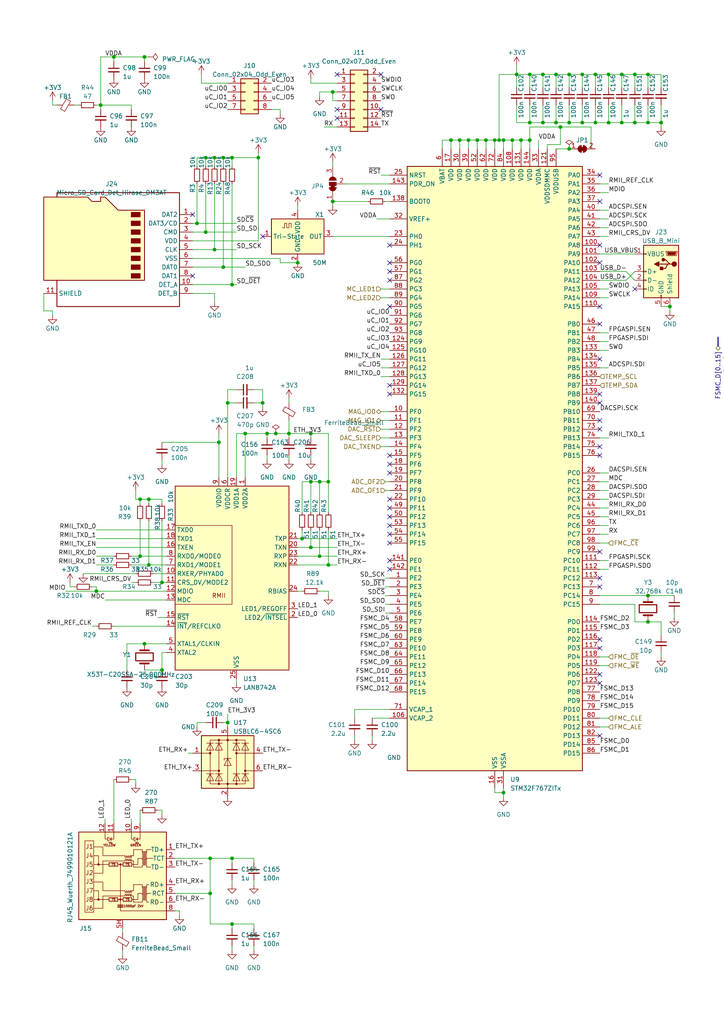
<source format=kicad_sch>
(kicad_sch (version 20230121) (generator eeschema)
  (paper "A4" portrait)
  (junction (at 33.02 16.51))
  (junction (at 57.15 64.77))
  (junction (at 66.04 116.84))
  (junction (at 40.64 161.29))
  (junction (at 43.18 163.83))
  (junction (at 41.91 186.69))
  (junction (at 77.47 125.73))
  (junction (at 149.86 21.59))
  (junction (at 83.82 125.73))
  (junction (at 153.67 35.56))
  (junction (at 46.99 168.91))
  (junction (at 92.71 139.7))
  (junction (at 95.25 139.7))
  (junction (at 172.72 35.56))
  (junction (at 180.34 21.59))
  (junction (at 172.72 21.59))
  (junction (at 66.04 209.55))
  (junction (at 96.52 26.67))
  (junction (at 59.69 67.31))
  (junction (at 130.81 40.64))
  (junction (at 62.23 72.39))
  (junction (at 153.67 40.64))
  (junction (at 146.05 40.64))
  (junction (at 95.25 163.83))
  (junction (at 80.01 125.73))
  (junction (at 176.53 21.59))
  (junction (at 71.12 125.73))
  (junction (at 60.96 259.08))
  (junction (at 184.15 35.56))
  (junction (at 138.43 40.64))
  (junction (at 90.17 158.75))
  (junction (at 64.77 77.47))
  (junction (at 40.64 144.78))
  (junction (at 165.1 35.56))
  (junction (at 187.96 35.56))
  (junction (at 43.18 144.78))
  (junction (at 168.91 21.59))
  (junction (at 133.35 40.64))
  (junction (at 27.94 171.45))
  (junction (at 176.53 35.56))
  (junction (at 180.34 35.56))
  (junction (at 59.69 45.72))
  (junction (at 67.31 82.55))
  (junction (at 63.5 128.27))
  (junction (at 151.13 40.64))
  (junction (at 41.91 16.51))
  (junction (at 135.89 40.64))
  (junction (at 157.48 35.56))
  (junction (at 165.1 21.59))
  (junction (at 92.71 161.29))
  (junction (at 86.36 76.2))
  (junction (at 194.31 88.9))
  (junction (at 161.29 21.59))
  (junction (at 67.31 248.92))
  (junction (at 143.51 40.64))
  (junction (at 184.15 21.59))
  (junction (at 187.96 21.59))
  (junction (at 96.52 58.42))
  (junction (at 140.97 40.64))
  (junction (at 161.29 35.56))
  (junction (at 90.17 139.7))
  (junction (at 64.77 45.72))
  (junction (at 29.21 30.48))
  (junction (at 191.77 35.56))
  (junction (at 168.91 35.56))
  (junction (at 153.67 21.59))
  (junction (at 144.78 40.64))
  (junction (at 62.23 45.72))
  (junction (at 165.1 43.18))
  (junction (at 187.96 172.72))
  (junction (at 74.93 45.72))
  (junction (at 87.63 156.21))
  (junction (at 146.05 229.87))
  (junction (at 60.96 248.92))
  (junction (at 67.31 267.97))
  (junction (at 157.48 21.59))
  (junction (at 148.59 40.64))
  (junction (at 162.56 36.83))
  (junction (at 187.96 180.34))
  (junction (at 67.31 45.72))
  (junction (at 76.2 116.84))
  (junction (at 90.17 125.73))
  (junction (at 46.99 194.31))
  (no_connect (at 113.03 76.2))
  (no_connect (at 113.03 162.56))
  (no_connect (at 76.2 68.58))
  (no_connect (at 173.99 170.18))
  (no_connect (at 97.79 34.29))
  (no_connect (at 173.99 213.36))
  (no_connect (at 113.03 111.76))
  (no_connect (at 184.15 83.82))
  (no_connect (at 113.03 149.86))
  (no_connect (at 113.03 154.94))
  (no_connect (at 55.88 80.01))
  (no_connect (at 113.03 147.32))
  (no_connect (at 97.79 31.75))
  (no_connect (at 173.99 187.96))
  (no_connect (at 113.03 71.12))
  (no_connect (at 173.99 195.58))
  (no_connect (at 113.03 137.16))
  (no_connect (at 173.99 93.98))
  (no_connect (at 55.88 62.23))
  (no_connect (at 173.99 129.54))
  (no_connect (at 173.99 71.12))
  (no_connect (at 97.79 21.59))
  (no_connect (at 113.03 144.78))
  (no_connect (at 113.03 157.48))
  (no_connect (at 113.03 78.74))
  (no_connect (at 173.99 116.84))
  (no_connect (at 173.99 114.3))
  (no_connect (at 113.03 134.62))
  (no_connect (at 113.03 165.1))
  (no_connect (at 173.99 124.46))
  (no_connect (at 113.03 152.4))
  (no_connect (at 110.49 31.75))
  (no_connect (at 173.99 132.08))
  (no_connect (at 173.99 121.92))
  (no_connect (at 173.99 76.2))
  (no_connect (at 173.99 88.9))
  (no_connect (at 173.99 160.02))
  (no_connect (at 173.99 167.64))
  (no_connect (at 113.03 132.08))
  (no_connect (at 113.03 114.3))
  (no_connect (at 110.49 21.59))
  (no_connect (at 173.99 50.8))
  (no_connect (at 113.03 88.9))
  (no_connect (at 173.99 104.14))
  (no_connect (at 173.99 198.12))
  (no_connect (at 173.99 58.42))
  (no_connect (at 113.03 81.28))
  (no_connect (at 173.99 185.42))
  (wire (pts (xy 162.56 41.91) (xy 162.56 36.83)))
  (wire (pts (xy 153.67 35.56) (xy 157.48 35.56)))
  (wire (pts (xy 102.87 205.74) (xy 102.87 208.28)))
  (wire (pts (xy 165.1 43.18) (xy 161.29 43.18)))
  (wire (pts (xy 27.94 158.75) (xy 48.26 158.75)))
  (wire (pts (xy 135.89 40.64) (xy 135.89 43.18)))
  (wire (pts (xy 173.99 106.68) (xy 176.53 106.68)))
  (bus (pts (xy 215.9 97.79) (xy 215.9 101.6)))
  (wire (pts (xy 96.52 46.99) (xy 96.52 48.26)))
  (wire (pts (xy 21.59 30.48) (xy 22.86 30.48)))
  (wire (pts (xy 92.71 139.7) (xy 90.17 139.7)))
  (wire (pts (xy 67.31 248.92) (xy 67.31 250.19)))
  (wire (pts (xy 57.15 45.72) (xy 57.15 48.26)))
  (wire (pts (xy 173.99 154.94) (xy 176.53 154.94)))
  (wire (pts (xy 111.76 142.24) (xy 113.03 142.24)))
  (wire (pts (xy 67.31 267.97) (xy 67.31 269.24)))
  (wire (pts (xy 90.17 132.08) (xy 90.17 133.35)))
  (wire (pts (xy 95.25 172.72) (xy 95.25 171.45)))
  (wire (pts (xy 110.49 83.82) (xy 113.03 83.82)))
  (wire (pts (xy 27.94 161.29) (xy 33.02 161.29)))
  (wire (pts (xy 71.12 125.73) (xy 71.12 138.43)))
  (wire (pts (xy 143.51 40.64) (xy 140.97 40.64)))
  (wire (pts (xy 74.93 45.72) (xy 74.93 69.85)))
  (bus (pts (xy 210.82 97.79) (xy 210.82 101.6)))
  (wire (pts (xy 59.69 45.72) (xy 57.15 45.72)))
  (wire (pts (xy 157.48 35.56) (xy 161.29 35.56)))
  (wire (pts (xy 74.93 45.72) (xy 67.31 45.72)))
  (wire (pts (xy 97.79 24.13) (xy 90.17 24.13)))
  (wire (pts (xy 173.99 101.6) (xy 176.53 101.6)))
  (wire (pts (xy 63.5 128.27) (xy 63.5 138.43)))
  (wire (pts (xy 64.77 53.34) (xy 64.77 77.47)))
  (wire (pts (xy 149.86 21.59) (xy 153.67 21.59)))
  (wire (pts (xy 161.29 35.56) (xy 165.1 35.56)))
  (wire (pts (xy 81.28 33.02) (xy 81.28 31.75)))
  (wire (pts (xy 102.87 205.74) (xy 113.03 205.74)))
  (wire (pts (xy 173.99 81.28) (xy 181.61 81.28)))
  (wire (pts (xy 153.67 36.83) (xy 153.67 40.64)))
  (wire (pts (xy 110.49 121.92) (xy 113.03 121.92)))
  (wire (pts (xy 81.28 74.93) (xy 81.28 76.2)))
  (wire (pts (xy 62.23 45.72) (xy 59.69 45.72)))
  (wire (pts (xy 64.77 209.55) (xy 66.04 209.55)))
  (wire (pts (xy 27.94 181.61) (xy 26.67 181.61)))
  (wire (pts (xy 92.71 139.7) (xy 92.71 148.59)))
  (wire (pts (xy 191.77 88.9) (xy 194.31 88.9)))
  (wire (pts (xy 176.53 21.59) (xy 180.34 21.59)))
  (wire (pts (xy 96.52 58.42) (xy 106.68 58.42)))
  (wire (pts (xy 110.49 109.22) (xy 113.03 109.22)))
  (wire (pts (xy 90.17 153.67) (xy 90.17 158.75)))
  (wire (pts (xy 149.86 19.05) (xy 149.86 21.59)))
  (wire (pts (xy 83.82 132.08) (xy 83.82 133.35)))
  (wire (pts (xy 66.04 116.84) (xy 66.04 138.43)))
  (wire (pts (xy 27.94 171.45) (xy 48.26 171.45)))
  (wire (pts (xy 153.67 30.48) (xy 153.67 35.56)))
  (wire (pts (xy 46.99 151.13) (xy 46.99 168.91)))
  (wire (pts (xy 187.96 172.72) (xy 195.58 172.72)))
  (wire (pts (xy 73.66 250.19) (xy 73.66 248.92)))
  (wire (pts (xy 38.1 30.48) (xy 38.1 31.75)))
  (wire (pts (xy 40.64 144.78) (xy 39.37 144.78)))
  (wire (pts (xy 173.99 172.72) (xy 187.96 172.72)))
  (wire (pts (xy 158.75 43.18) (xy 158.75 41.91)))
  (wire (pts (xy 110.49 129.54) (xy 113.03 129.54)))
  (wire (pts (xy 144.78 21.59) (xy 144.78 40.64)))
  (wire (pts (xy 165.1 30.48) (xy 165.1 35.56)))
  (wire (pts (xy 59.69 67.31) (xy 68.58 67.31)))
  (wire (pts (xy 86.36 59.69) (xy 86.36 60.96)))
  (wire (pts (xy 12.7 90.17) (xy 12.7 85.09)))
  (wire (pts (xy 46.99 146.05) (xy 46.99 144.78)))
  (wire (pts (xy 173.99 208.28) (xy 176.53 208.28)))
  (wire (pts (xy 46.99 168.91) (xy 48.26 168.91)))
  (wire (pts (xy 38.1 161.29) (xy 40.64 161.29)))
  (wire (pts (xy 184.15 180.34) (xy 184.15 175.26)))
  (wire (pts (xy 144.78 21.59) (xy 149.86 21.59)))
  (wire (pts (xy 143.51 229.87) (xy 146.05 229.87)))
  (wire (pts (xy 168.91 35.56) (xy 172.72 35.56)))
  (wire (pts (xy 111.76 139.7) (xy 113.03 139.7)))
  (wire (pts (xy 64.77 45.72) (xy 62.23 45.72)))
  (wire (pts (xy 86.36 158.75) (xy 90.17 158.75)))
  (wire (pts (xy 191.77 180.34) (xy 191.77 184.15)))
  (wire (pts (xy 111.76 170.18) (xy 113.03 170.18)))
  (wire (pts (xy 83.82 115.57) (xy 83.82 116.84)))
  (wire (pts (xy 111.76 172.72) (xy 113.03 172.72)))
  (wire (pts (xy 77.47 125.73) (xy 77.47 127)))
  (wire (pts (xy 33.02 16.51) (xy 29.21 16.51)))
  (wire (pts (xy 153.67 21.59) (xy 153.67 25.4)))
  (wire (pts (xy 138.43 40.64) (xy 135.89 40.64)))
  (wire (pts (xy 148.59 40.64) (xy 151.13 40.64)))
  (wire (pts (xy 45.72 234.95) (xy 46.99 234.95)))
  (wire (pts (xy 176.53 30.48) (xy 176.53 35.56)))
  (wire (pts (xy 38.1 163.83) (xy 43.18 163.83)))
  (wire (pts (xy 46.99 133.35) (xy 46.99 134.62)))
  (wire (pts (xy 187.96 21.59) (xy 187.96 25.4)))
  (wire (pts (xy 173.99 99.06) (xy 176.53 99.06)))
  (wire (pts (xy 71.12 125.73) (xy 68.58 125.73)))
  (wire (pts (xy 96.52 58.42) (xy 96.52 59.69)))
  (wire (pts (xy 60.96 248.92) (xy 67.31 248.92)))
  (wire (pts (xy 29.21 30.48) (xy 38.1 30.48)))
  (wire (pts (xy 173.99 190.5) (xy 176.53 190.5)))
  (wire (pts (xy 81.28 76.2) (xy 86.36 76.2)))
  (wire (pts (xy 146.05 229.87) (xy 146.05 231.14)))
  (wire (pts (xy 96.52 26.67) (xy 92.71 26.67)))
  (wire (pts (xy 149.86 30.48) (xy 149.86 35.56)))
  (wire (pts (xy 43.18 144.78) (xy 43.18 146.05)))
  (wire (pts (xy 81.28 31.75) (xy 78.74 31.75)))
  (wire (pts (xy 73.66 267.97) (xy 67.31 267.97)))
  (wire (pts (xy 144.78 40.64) (xy 146.05 40.64)))
  (wire (pts (xy 68.58 113.03) (xy 66.04 113.03)))
  (wire (pts (xy 107.95 208.28) (xy 113.03 208.28)))
  (wire (pts (xy 173.99 73.66) (xy 184.15 73.66)))
  (wire (pts (xy 43.18 151.13) (xy 43.18 163.83)))
  (wire (pts (xy 30.48 173.99) (xy 48.26 173.99)))
  (wire (pts (xy 50.8 264.16) (xy 52.07 264.16)))
  (wire (pts (xy 41.91 16.51) (xy 43.18 16.51)))
  (wire (pts (xy 172.72 43.18) (xy 171.45 43.18)))
  (wire (pts (xy 148.59 40.64) (xy 148.59 43.18)))
  (wire (pts (xy 19.05 171.45) (xy 27.94 171.45)))
  (wire (pts (xy 74.93 69.85) (xy 55.88 69.85)))
  (wire (pts (xy 46.99 189.23) (xy 48.26 189.23)))
  (wire (pts (xy 95.25 139.7) (xy 95.25 148.59)))
  (wire (pts (xy 153.67 40.64) (xy 153.67 43.18)))
  (wire (pts (xy 59.69 45.72) (xy 59.69 48.26)))
  (wire (pts (xy 59.69 53.34) (xy 59.69 67.31)))
  (wire (pts (xy 171.45 43.18) (xy 171.45 36.83)))
  (wire (pts (xy 93.98 36.83) (xy 97.79 36.83)))
  (wire (pts (xy 44.45 168.91) (xy 46.99 168.91)))
  (wire (pts (xy 55.88 77.47) (xy 64.77 77.47)))
  (wire (pts (xy 110.49 124.46) (xy 113.03 124.46)))
  (wire (pts (xy 140.97 40.64) (xy 138.43 40.64)))
  (bus (pts (xy 213.36 97.79) (xy 213.36 101.6)))
  (wire (pts (xy 138.43 40.64) (xy 138.43 43.18)))
  (wire (pts (xy 97.79 26.67) (xy 96.52 26.67)))
  (bus (pts (xy 208.28 97.79) (xy 208.28 100.33)))
  (wire (pts (xy 184.15 35.56) (xy 187.96 35.56)))
  (wire (pts (xy 180.34 21.59) (xy 184.15 21.59)))
  (wire (pts (xy 173.99 210.82) (xy 176.53 210.82)))
  (wire (pts (xy 140.97 40.64) (xy 140.97 43.18)))
  (wire (pts (xy 161.29 21.59) (xy 161.29 25.4)))
  (wire (pts (xy 15.24 91.44) (xy 15.24 90.17)))
  (wire (pts (xy 111.76 167.64) (xy 113.03 167.64)))
  (wire (pts (xy 15.24 90.17) (xy 12.7 90.17)))
  (wire (pts (xy 15.24 29.21) (xy 15.24 30.48)))
  (wire (pts (xy 173.99 127) (xy 176.53 127)))
  (wire (pts (xy 40.64 144.78) (xy 40.64 146.05)))
  (wire (pts (xy 38.1 226.06) (xy 39.37 226.06)))
  (wire (pts (xy 173.99 96.52) (xy 176.53 96.52)))
  (wire (pts (xy 111.76 175.26) (xy 113.03 175.26)))
  (wire (pts (xy 110.49 50.8) (xy 113.03 50.8)))
  (wire (pts (xy 171.45 36.83) (xy 162.56 36.83)))
  (wire (pts (xy 173.99 149.86) (xy 176.53 149.86)))
  (wire (pts (xy 180.34 30.48) (xy 180.34 35.56)))
  (wire (pts (xy 68.58 198.12) (xy 68.58 196.85)))
  (wire (pts (xy 144.78 40.64) (xy 143.51 40.64)))
  (wire (pts (xy 130.81 40.64) (xy 128.27 40.64)))
  (wire (pts (xy 76.2 118.11) (xy 76.2 116.84)))
  (wire (pts (xy 92.71 153.67) (xy 92.71 161.29)))
  (wire (pts (xy 60.96 248.92) (xy 60.96 259.08)))
  (wire (pts (xy 173.99 157.48) (xy 176.53 157.48)))
  (wire (pts (xy 74.93 44.45) (xy 74.93 45.72)))
  (wire (pts (xy 46.99 194.31) (xy 46.99 189.23)))
  (wire (pts (xy 173.99 165.1) (xy 176.53 165.1)))
  (wire (pts (xy 86.36 171.45) (xy 87.63 171.45)))
  (wire (pts (xy 83.82 125.73) (xy 80.01 125.73)))
  (wire (pts (xy 67.31 255.27) (xy 67.31 256.54)))
  (wire (pts (xy 90.17 139.7) (xy 87.63 139.7)))
  (wire (pts (xy 161.29 21.59) (xy 165.1 21.59)))
  (wire (pts (xy 41.91 186.69) (xy 48.26 186.69)))
  (wire (pts (xy 168.91 30.48) (xy 168.91 35.56)))
  (wire (pts (xy 90.17 125.73) (xy 90.17 127)))
  (wire (pts (xy 27.94 30.48) (xy 29.21 30.48)))
  (wire (pts (xy 184.15 21.59) (xy 184.15 25.4)))
  (wire (pts (xy 100.33 53.34) (xy 113.03 53.34)))
  (wire (pts (xy 76.2 113.03) (xy 73.66 113.03)))
  (wire (pts (xy 38.1 168.91) (xy 39.37 168.91)))
  (wire (pts (xy 165.1 21.59) (xy 165.1 25.4)))
  (wire (pts (xy 172.72 21.59) (xy 172.72 25.4)))
  (wire (pts (xy 151.13 40.64) (xy 151.13 43.18)))
  (wire (pts (xy 66.04 113.03) (xy 66.04 116.84)))
  (wire (pts (xy 109.22 63.5) (xy 113.03 63.5)))
  (wire (pts (xy 173.99 53.34) (xy 176.53 53.34)))
  (wire (pts (xy 143.51 228.6) (xy 143.51 229.87)))
  (wire (pts (xy 146.05 40.64) (xy 148.59 40.64)))
  (wire (pts (xy 187.96 30.48) (xy 187.96 35.56)))
  (wire (pts (xy 181.61 78.74) (xy 184.15 81.28)))
  (wire (pts (xy 62.23 53.34) (xy 62.23 72.39)))
  (wire (pts (xy 111.76 58.42) (xy 113.03 58.42)))
  (wire (pts (xy 158.75 41.91) (xy 162.56 41.91)))
  (wire (pts (xy 46.99 144.78) (xy 43.18 144.78)))
  (wire (pts (xy 41.91 194.31) (xy 46.99 194.31)))
  (wire (pts (xy 36.83 194.31) (xy 36.83 186.69)))
  (wire (pts (xy 54.61 218.44) (xy 55.88 218.44)))
  (wire (pts (xy 73.66 274.32) (xy 73.66 275.59)))
  (wire (pts (xy 57.15 209.55) (xy 59.69 209.55)))
  (wire (pts (xy 36.83 186.69) (xy 41.91 186.69)))
  (wire (pts (xy 184.15 30.48) (xy 184.15 35.56)))
  (wire (pts (xy 66.04 207.01) (xy 66.04 209.55)))
  (wire (pts (xy 27.94 163.83) (xy 33.02 163.83)))
  (wire (pts (xy 173.99 152.4) (xy 176.53 152.4)))
  (wire (pts (xy 146.05 40.64) (xy 146.05 43.18)))
  (wire (pts (xy 173.99 78.74) (xy 181.61 78.74)))
  (wire (pts (xy 33.02 226.06) (xy 33.02 238.76)))
  (wire (pts (xy 96.52 29.21) (xy 96.52 26.67)))
  (wire (pts (xy 107.95 213.36) (xy 107.95 214.63)))
  (wire (pts (xy 102.87 213.36) (xy 102.87 214.63)))
  (wire (pts (xy 68.58 125.73) (xy 68.58 138.43)))
  (wire (pts (xy 97.79 29.21) (xy 96.52 29.21)))
  (wire (pts (xy 173.99 162.56) (xy 176.53 162.56)))
  (wire (pts (xy 24.13 166.37) (xy 39.37 166.37)))
  (wire (pts (xy 76.2 116.84) (xy 76.2 113.03)))
  (wire (pts (xy 50.8 248.92) (xy 60.96 248.92)))
  (wire (pts (xy 55.88 82.55) (xy 67.31 82.55)))
  (wire (pts (xy 162.56 36.83) (xy 153.67 36.83)))
  (wire (pts (xy 157.48 21.59) (xy 161.29 21.59)))
  (wire (pts (xy 95.25 163.83) (xy 97.79 163.83)))
  (wire (pts (xy 187.96 180.34) (xy 191.77 180.34)))
  (wire (pts (xy 26.67 170.18) (xy 27.94 170.18)))
  (wire (pts (xy 146.05 228.6) (xy 146.05 229.87)))
  (wire (pts (xy 62.23 45.72) (xy 62.23 48.26)))
  (wire (pts (xy 67.31 274.32) (xy 67.31 275.59)))
  (wire (pts (xy 168.91 21.59) (xy 168.91 25.4)))
  (wire (pts (xy 110.49 127) (xy 113.03 127)))
  (wire (pts (xy 87.63 156.21) (xy 97.79 156.21)))
  (wire (pts (xy 195.58 177.8) (xy 195.58 179.07)))
  (wire (pts (xy 184.15 21.59) (xy 187.96 21.59)))
  (wire (pts (xy 86.36 161.29) (xy 92.71 161.29)))
  (wire (pts (xy 110.49 104.14) (xy 113.03 104.14)))
  (wire (pts (xy 20.32 170.18) (xy 21.59 170.18)))
  (wire (pts (xy 176.53 35.56) (xy 180.34 35.56)))
  (wire (pts (xy 45.72 179.07) (xy 48.26 179.07)))
  (wire (pts (xy 90.17 24.13) (xy 90.17 22.86)))
  (wire (pts (xy 67.31 82.55) (xy 68.58 82.55)))
  (wire (pts (xy 87.63 139.7) (xy 87.63 148.59)))
  (wire (pts (xy 57.15 53.34) (xy 57.15 64.77)))
  (wire (pts (xy 110.49 106.68) (xy 113.03 106.68)))
  (wire (pts (xy 111.76 177.8) (xy 113.03 177.8)))
  (wire (pts (xy 173.99 175.26) (xy 184.15 175.26)))
  (wire (pts (xy 161.29 30.48) (xy 161.29 35.56)))
  (wire (pts (xy 156.21 40.64) (xy 156.21 43.18)))
  (wire (pts (xy 149.86 35.56) (xy 153.67 35.56)))
  (wire (pts (xy 173.99 55.88) (xy 176.53 55.88)))
  (wire (pts (xy 95.25 153.67) (xy 95.25 163.83)))
  (wire (pts (xy 15.24 30.48) (xy 16.51 30.48)))
  (wire (pts (xy 173.99 63.5) (xy 176.53 63.5)))
  (wire (pts (xy 110.49 119.38) (xy 113.03 119.38)))
  (wire (pts (xy 67.31 45.72) (xy 67.31 48.26)))
  (wire (pts (xy 173.99 144.78) (xy 176.53 144.78)))
  (wire (pts (xy 173.99 139.7) (xy 176.53 139.7)))
  (wire (pts (xy 172.72 30.48) (xy 172.72 35.56)))
  (wire (pts (xy 173.99 193.04) (xy 176.53 193.04)))
  (wire (pts (xy 55.88 74.93) (xy 81.28 74.93)))
  (wire (pts (xy 153.67 21.59) (xy 157.48 21.59)))
  (wire (pts (xy 173.99 142.24) (xy 176.53 142.24)))
  (wire (pts (xy 33.02 181.61) (xy 48.26 181.61)))
  (wire (pts (xy 95.25 171.45) (xy 92.71 171.45)))
  (wire (pts (xy 95.25 139.7) (xy 92.71 139.7)))
  (wire (pts (xy 62.23 72.39) (xy 68.58 72.39)))
  (wire (pts (xy 46.99 128.27) (xy 63.5 128.27)))
  (wire (pts (xy 157.48 21.59) (xy 157.48 25.4)))
  (wire (pts (xy 173.99 83.82) (xy 176.53 83.82)))
  (wire (pts (xy 191.77 30.48) (xy 191.77 35.56)))
  (wire (pts (xy 66.04 209.55) (xy 66.04 210.82)))
  (wire (pts (xy 40.64 151.13) (xy 40.64 161.29)))
  (wire (pts (xy 83.82 125.73) (xy 83.82 127)))
  (wire (pts (xy 191.77 189.23) (xy 191.77 190.5)))
  (wire (pts (xy 41.91 17.78) (xy 41.91 16.51)))
  (wire (pts (xy 133.35 40.64) (xy 130.81 40.64)))
  (wire (pts (xy 133.35 40.64) (xy 133.35 43.18)))
  (wire (pts (xy 29.21 30.48) (xy 29.21 31.75)))
  (wire (pts (xy 184.15 78.74) (xy 181.61 81.28)))
  (wire (pts (xy 110.49 86.36) (xy 113.03 86.36)))
  (wire (pts (xy 62.23 85.09) (xy 55.88 85.09)))
  (wire (pts (xy 30.48 237.49) (xy 30.48 238.76)))
  (wire (pts (xy 40.64 161.29) (xy 48.26 161.29)))
  (wire (pts (xy 55.88 64.77) (xy 57.15 64.77)))
  (wire (pts (xy 60.96 267.97) (xy 60.96 259.08)))
  (wire (pts (xy 27.94 153.67) (xy 48.26 153.67)))
  (wire (pts (xy 52.07 264.16) (xy 52.07 265.43)))
  (wire (pts (xy 39.37 142.24) (xy 39.37 144.78)))
  (wire (pts (xy 149.86 21.59) (xy 149.86 25.4)))
  (wire (pts (xy 44.45 166.37) (xy 48.26 166.37)))
  (wire (pts (xy 96.52 68.58) (xy 113.03 68.58)))
  (wire (pts (xy 62.23 87.63) (xy 62.23 85.09)))
  (wire (pts (xy 41.91 16.51) (xy 33.02 16.51)))
  (wire (pts (xy 20.32 168.91) (xy 20.32 170.18)))
  (wire (pts (xy 157.48 30.48) (xy 157.48 35.56)))
  (wire (pts (xy 77.47 132.08) (xy 77.47 133.35)))
  (wire (pts (xy 67.31 53.34) (xy 67.31 82.55)))
  (wire (pts (xy 173.99 68.58) (xy 176.53 68.58)))
  (wire (pts (xy 43.18 144.78) (xy 40.64 144.78)))
  (wire (pts (xy 176.53 21.59) (xy 176.53 25.4)))
  (wire (pts (xy 27.94 156.21) (xy 48.26 156.21)))
  (wire (pts (xy 29.21 16.51) (xy 29.21 30.48)))
  (wire (pts (xy 187.96 180.34) (xy 184.15 180.34)))
  (wire (pts (xy 43.18 163.83) (xy 48.26 163.83)))
  (wire (pts (xy 187.96 21.59) (xy 191.77 21.59)))
  (wire (pts (xy 73.66 269.24) (xy 73.66 267.97)))
  (wire (pts (xy 64.77 77.47) (xy 71.12 77.47)))
  (wire (pts (xy 87.63 153.67) (xy 87.63 156.21)))
  (wire (pts (xy 143.51 40.64) (xy 143.51 43.18)))
  (wire (pts (xy 86.36 156.21) (xy 87.63 156.21)))
  (wire (pts (xy 165.1 35.56) (xy 168.91 35.56)))
  (wire (pts (xy 46.99 234.95) (xy 46.99 236.22)))
  (wire (pts (xy 38.1 237.49) (xy 38.1 238.76)))
  (wire (pts (xy 173.99 60.96) (xy 176.53 60.96)))
  (wire (pts (xy 67.31 267.97) (xy 60.96 267.97)))
  (wire (pts (xy 55.88 67.31) (xy 59.69 67.31)))
  (wire (pts (xy 90.17 139.7) (xy 90.17 148.59)))
  (wire (pts (xy 173.99 137.16) (xy 176.53 137.16)))
  (wire (pts (xy 73.66 255.27) (xy 73.66 256.54)))
  (wire (pts (xy 83.82 121.92) (xy 83.82 125.73)))
  (wire (pts (xy 55.88 72.39) (xy 62.23 72.39)))
  (wire (pts (xy 63.5 125.73) (xy 63.5 128.27)))
  (wire (pts (xy 57.15 64.77) (xy 68.58 64.77)))
  (wire (pts (xy 39.37 226.06) (xy 39.37 227.33)))
  (wire (pts (xy 130.81 40.64) (xy 130.81 43.18)))
  (wire (pts (xy 66.04 24.13) (xy 58.42 24.13)))
  (wire (pts (xy 180.34 35.56) (xy 184.15 35.56)))
  (wire (pts (xy 173.99 147.32) (xy 176.53 147.32)))
  (wire (pts (xy 172.72 35.56) (xy 176.53 35.56)))
  (wire (pts (xy 35.56 269.24) (xy 35.56 270.51)))
  (wire (pts (xy 194.31 88.9) (xy 194.31 90.17)))
  (wire (pts (xy 80.01 125.73) (xy 77.47 125.73)))
  (wire (pts (xy 180.34 21.59) (xy 180.34 25.4)))
  (wire (pts (xy 172.72 21.59) (xy 176.53 21.59)))
  (wire (pts (xy 128.27 40.64) (xy 128.27 43.18)))
  (wire (pts (xy 83.82 125.73) (xy 90.17 125.73)))
  (wire (pts (xy 58.42 21.59) (xy 58.42 24.13)))
  (wire (pts (xy 73.66 116.84) (xy 76.2 116.84)))
  (wire (pts (xy 64.77 45.72) (xy 64.77 48.26)))
  (wire (pts (xy 33.02 16.51) (xy 33.02 17.78)))
  (wire (pts (xy 73.66 248.92) (xy 67.31 248.92)))
  (wire (pts (xy 191.77 35.56) (xy 191.77 36.83)))
  (wire (pts (xy 173.99 66.04) (xy 176.53 66.04)))
  (wire (pts (xy 173.99 86.36) (xy 176.53 86.36)))
  (wire (pts (xy 95.25 125.73) (xy 95.25 139.7)))
  (wire (pts (xy 35.56 275.59) (xy 35.56 276.86)))
  (wire (pts (xy 191.77 21.59) (xy 191.77 25.4)))
  (wire (pts (xy 60.96 259.08) (xy 50.8 259.08)))
  (wire (pts (xy 92.71 161.29) (xy 97.79 161.29)))
  (wire (pts (xy 135.89 40.64) (xy 133.35 40.64)))
  (wire (pts (xy 67.31 45.72) (xy 64.77 45.72)))
  (wire (pts (xy 57.15 210.82) (xy 57.15 209.55)))
  (wire (pts (xy 165.1 21.59) (xy 168.91 21.59)))
  (wire (pts (xy 187.96 35.56) (xy 191.77 35.56)))
  (wire (pts (xy 92.71 26.67) (xy 92.71 27.94)))
  (wire (pts (xy 77.47 125.73) (xy 71.12 125.73)))
  (wire (pts (xy 151.13 40.64) (xy 153.67 40.64)))
  (wire (pts (xy 90.17 125.73) (xy 95.25 125.73)))
  (wire (pts (xy 86.36 163.83) (xy 95.25 163.83)))
  (wire (pts (xy 168.91 21.59) (xy 172.72 21.59)))
  (wire (pts (xy 90.17 158.75) (xy 97.79 158.75)))
  (wire (pts (xy 27.94 170.18) (xy 27.94 171.45)))
  (wire (pts (xy 40.64 234.95) (xy 40.64 238.76)))
  (wire (pts (xy 66.04 116.84) (xy 68.58 116.84)))
  (label "FSMC_D5" (at 113.03 182.88 180))
  (label "RMII_TXD_0" (at 110.49 109.22 180))
  (label "LED_0" (at 38.1 237.49 90))
  (label "ETH_RX+" (at 50.8 256.54 0))
  (label "USB_D+" (at 173.99 81.28 0))
  (label "FSMC_D15" (at 173.99 205.74 0))
  (label "uC_IO5" (at 110.49 106.68 180))
  (label "RMII_TX_EN" (at 110.49 104.14 180))
  (label "uC_IO1" (at 66.04 29.21 180))
  (label "FSMC_D2" (at 173.99 180.34 0))
  (label "SWCLK" (at 110.49 26.67 0))
  (label "FPGASPI.SDI" (at 176.53 99.06 0))
  (label "FSMC_D13" (at 173.99 200.66 0))
  (label "FPGASPI.SDO" (at 176.53 165.1 0))
  (label "MDC" (at 30.48 173.99 180))
  (label "ETH_TX+" (at 97.79 156.21 0))
  (label "FSMC_D4" (at 113.03 180.34 180))
  (label "LED_1" (at 30.48 237.49 90))
  (label "DACSPI.SDO" (at 176.53 142.24 0))
  (label "ETH_RX-" (at 76.2 223.52 0))
  (label "ADCSPI.SCK" (at 176.53 63.5 0))
  (label "~{RST}" (at 45.72 179.07 180))
  (label "LED_1" (at 86.36 176.53 0))
  (label "FSMC_D14" (at 173.99 203.2 0))
  (label "FPGASPI.SCK" (at 176.53 162.56 0))
  (label "ETH_RX+" (at 54.61 218.44 180))
  (label "MDIO" (at 176.53 55.88 0))
  (label "SWO" (at 110.49 29.21 0))
  (label "ETH_3V3" (at 85.09 125.73 0))
  (label "SD~{CS}" (at 111.76 172.72 180))
  (label "USB_VBUS" (at 175.26 73.66 0))
  (label "SWDIO" (at 110.49 24.13 0))
  (label "VDDA" (at 109.22 63.5 180))
  (label "RX" (at 176.53 154.94 0))
  (label "ETH_TX+" (at 55.88 223.52 180))
  (label "VDDA" (at 156.21 40.64 0))
  (label "uC_IO3" (at 78.74 24.13 0))
  (label "SWCLK" (at 176.53 86.36 0))
  (label "SD~{CS}" (at 68.58 64.77 0))
  (label "FPGASPI.SEN" (at 176.53 96.52 0))
  (label "TX" (at 176.53 152.4 0))
  (label "SWO" (at 176.53 101.6 0))
  (label "RMII_TXD_0" (at 27.94 153.67 180))
  (label "RMII_CRS_DV" (at 38.1 168.91 180))
  (label "TX" (at 110.49 36.83 0))
  (label "RMII_CRS_DV" (at 176.53 68.58 0))
  (label "ADCSPI.SEN" (at 176.53 60.96 0))
  (label "USB_D-" (at 173.99 78.74 0))
  (label "RMII_TX_EN" (at 27.94 158.75 180))
  (label "MDIO" (at 19.05 171.45 180))
  (label "uC_IO5" (at 78.74 29.21 0))
  (label "uC_IO1" (at 113.03 93.98 180))
  (label "ETH_RX-" (at 50.8 261.62 0))
  (label "uC_IO0" (at 113.03 91.44 180))
  (label "VDDA" (at 30.48 16.51 0))
  (label "RX" (at 93.98 36.83 0))
  (label "SD_~{DET}" (at 68.58 82.55 0))
  (label "~{RST}" (at 110.49 34.29 0))
  (label "RMII_RX_D1" (at 27.94 163.83 180))
  (label "SD_SCK" (at 68.58 72.39 0))
  (label "MDC" (at 176.53 139.7 0))
  (label "FSMC_D11" (at 113.03 198.12 180))
  (label "RMII_RX_D0" (at 27.94 161.29 180))
  (label "ETH_TX-" (at 97.79 158.75 0))
  (label "SD_SDI" (at 111.76 177.8 180))
  (label "ETH_RX+" (at 97.79 161.29 0))
  (label "SD_SDO" (at 71.12 77.47 0))
  (label "SD_SDO" (at 111.76 175.26 180))
  (label "RMII_REF_CLK" (at 176.53 53.34 0))
  (label "ETH_3V3" (at 66.04 207.01 0))
  (label "FSMC_D7" (at 113.03 187.96 180))
  (label "DACSPI.SCK" (at 173.99 119.38 0))
  (label "FSMC_D6" (at 113.03 185.42 180))
  (label "uC_IO2" (at 66.04 31.75 180))
  (label "uC_IO2" (at 113.03 96.52 180))
  (label "RMII_TXD_1" (at 27.94 156.21 180))
  (label "uC_IO4" (at 78.74 26.67 0))
  (label "ETH_RX-" (at 97.79 163.83 0))
  (label "uC_IO3" (at 113.03 99.06 180))
  (label "RMII_RX_D0" (at 176.53 147.32 0))
  (label "~{RST}" (at 110.49 50.8 180))
  (label "FSMC_D0" (at 173.99 215.9 0))
  (label "SWDIO" (at 176.53 83.82 0))
  (label "RMII_RX_D1" (at 176.53 149.86 0))
  (label "ETH_TX-" (at 76.2 218.44 0))
  (label "FSMC_D12" (at 113.03 200.66 180))
  (label "ADCSPI.SDI" (at 176.53 106.68 0))
  (label "DACSPI.SDI" (at 176.53 144.78 0))
  (label "uC_IO4" (at 113.03 101.6 180))
  (label "ADCSPI.SDO" (at 176.53 66.04 0))
  (label "SD_SDI" (at 68.58 67.31 0))
  (label "FSMC_D9" (at 113.03 193.04 180))
  (label "SD_~{DET}" (at 111.76 170.18 180))
  (label "FSMC_D8" (at 113.03 190.5 180))
  (label "uC_IO0" (at 66.04 26.67 180))
  (label "ETH_TX+" (at 50.8 246.38 0))
  (label "FSMC_D3" (at 173.99 182.88 0))
  (label "SD_SCK" (at 111.76 167.64 180))
  (label "ETH_TX-" (at 50.8 251.46 0))
  (label "RMII_REF_CLK" (at 26.67 181.61 180))
  (label "DACSPI.SEN" (at 176.53 137.16 0))
  (label "RMII_TXD_1" (at 176.53 127 0))
  (label "FSMC_D1" (at 173.99 218.44 0))
  (label "FSMC_D10" (at 113.03 195.58 180))
  (label "LED_0" (at 86.36 179.07 0))
  (hierarchical_label "DAC_SLEEP" (shape input) (at 110.49 127 180))
  (hierarchical_label "MAG_IO1" (shape bidirectional) (at 110.49 121.92 180))
  (hierarchical_label "TEMP_SDA" (shape input) (at 173.99 111.76 0))
  (hierarchical_label "ADCSPI{SPI}" (shape bidirectional) (at 213.36 101.6 270))
  (hierarchical_label "MC_LED2" (shape input) (at 110.49 86.36 180))
  (hierarchical_label "FMC_~{WE}" (shape input) (at 176.53 193.04 0))
  (hierarchical_label "FMC_~{OE}" (shape input) (at 176.53 190.5 0))
  (hierarchical_label "FSMC_D[0..15]" (shape bidirectional) (at 208.28 100.33 270))
  (hierarchical_label "MC_LED1" (shape input) (at 110.49 83.82 180))
  (hierarchical_label "FPGASPI{SPI}" (shape bidirectional) (at 215.9 101.6 270))
  (hierarchical_label "DACSPI{SPI}" (shape bidirectional) (at 210.82 101.6 270))
  (hierarchical_label "FMC_ALE" (shape input) (at 176.53 210.82 0))
  (hierarchical_label "MAG_IO0" (shape bidirectional) (at 110.49 119.38 180))
  (hierarchical_label "DAC_~{RST}" (shape input) (at 110.49 124.46 180))
  (hierarchical_label "TEMP_SCL" (shape input) (at 173.99 109.22 0))
  (hierarchical_label "ADC_OF2" (shape input) (at 111.76 139.7 180))
  (hierarchical_label "ADC_OF1" (shape input) (at 111.76 142.24 180))
  (hierarchical_label "FMC_~{CE}" (shape input) (at 176.53 157.48 0))
  (hierarchical_label "DAC_TXEN" (shape input) (at 110.49 129.54 180))
  (hierarchical_label "FMC_CLE" (shape input) (at 176.53 208.28 0))
  (symbol (lib_id "Device:C_Small") (at 157.48 27.94 0) (unit 1)
    (property "Reference" "C141" (at 158.75 26.67 90) (effects (justify left)))
    (property "Value" "100n" (at 158.75 34.29 90) (effects (justify left)))
    (property "Footprint" "Capacitor_SMD:C_0603_1608Metric" (effects hide))
  )
  (symbol (lib_id "power:PWR_FLAG") (at 165.1 43.18 0) (unit 1)
    (property "Reference" "#FLG015" (effects hide))
    (property "Value" "PWR_FLAG" (effects hide))
  )
  (symbol (lib_id "power:GND") (at 36.83 199.39 0) (unit 1)
    (property "Reference" "#PWR0312" (effects hide))
    (property "Value" "GND" (at 36.83 204.47 0))
  )
  (symbol (lib_id "power:GND") (at 73.66 275.59 0) (unit 1)
    (property "Reference" "#PWR0237" (effects hide))
    (property "Value" "GND" (at 73.66 280.67 0))
  )
  (symbol (lib_id "power:GND") (at 73.66 256.54 0) (unit 1)
    (property "Reference" "#PWR0235" (effects hide))
    (property "Value" "GND" (at 73.66 261.62 0))
  )
  (symbol (lib_id "power:GND") (at 96.52 59.69 0) (unit 1)
    (property "Reference" "#PWR045" (effects hide))
    (property "Value" "GND" (effects hide))
  )
  (symbol (lib_id "Device:C_Small") (at 102.87 210.82 0) (mirror y) (unit 1)
    (property "Reference" "C101" (at 100.33 210.1913 0) (effects (justify left)))
    (property "Value" "2.2u" (at 100.33 212.7313 0) (effects (justify left)))
    (property "Footprint" "Capacitor_SMD:C_0603_1608Metric" (effects hide))
  )
  (symbol (lib_id "Connector:USB_B_Mini") (at 191.77 78.74 0) (mirror y) (unit 1)
    (property "Reference" "J23" (at 191.77 67.31 0))
    (property "Value" "USB_B_Mini" (at 191.77 69.85 0))
    (property "Footprint" "BioMEMS:USB_Mini-B_Wuerth_65100516121_Horizontal" (effects hide))
  )
  (symbol (lib_id "Device:C_Small") (at 71.12 116.84 90) (mirror x) (unit 1)
    (property "Reference" "C207" (at 73.66 120.65 90) (effects (justify left)))
    (property "Value" "470p" (at 73.66 123.19 90) (effects (justify left)))
    (property "Footprint" "Capacitor_SMD:C_0603_1608Metric" (effects hide))
  )
  (symbol (lib_id "Device:R_Small") (at 87.63 151.13 180) (unit 1)
    (property "Reference" "R40" (at 86.36 144.78 90) (effects (justify left)))
    (property "Value" "51" (at 88.9 153.67 90) (effects (justify left)))
    (property "Footprint" "Resistor_SMD:R_0603_1608Metric" (effects hide))
  )
  (symbol (lib_id "Connector_Generic:Conn_02x07_Odd_Even") (at 102.87 29.21 0) (unit 1)
    (property "Reference" "J11" (at 104.14 15.24 0))
    (property "Value" "Conn_02x07_Odd_Even" (at 104.14 17.78 0))
    (property "Footprint" "Connector_PinHeader_1.27mm:PinHeader_2x07_P1.27mm_Vertical_SMD" (effects hide))
    (instances (project "MR-Core" (path "" (reference "J11") (unit 1))) (project "magnet-controller" (path "" (reference "J2") (unit 1))))
  )
  (symbol (lib_id "power:GND") (at 67.31 275.59 0) (unit 1)
    (property "Reference" "#PWR0236" (effects hide))
    (property "Value" "GND" (at 67.31 280.67 0))
  )
  (symbol (lib_id "Device:FerriteBead_Small") (at 35.56 273.05 0) (unit 1)
    (property "Reference" "FB11" (at 38.1 272.3769 0) (effects (justify left)))
    (property "Value" "FerriteBead_Small" (at 38.1 274.9169 0) (effects (justify left)))
    (property "Footprint" "Inductor_SMD:L_0603_1608Metric" (effects hide))
  )
  (symbol (lib_id "Device:R_Small") (at 57.15 50.8 180) (unit 1)
    (property "Reference" "R3" (at 55.88 54.61 90))
    (property "Value" "10k" (at 55.88 46.99 90))
    (property "Footprint" "Resistor_SMD:R_0603_1608Metric" (effects hide))
  )
  (symbol (lib_id "Device:C_Small") (at 46.99 196.85 0) (unit 1)
    (property "Reference" "C203" (at 50.8 196.2213 0) (effects (justify left)))
    (property "Value" "30p" (at 50.8 198.7613 0) (effects (justify left)))
    (property "Footprint" "Capacitor_SMD:C_0603_1608Metric" (effects hide))
  )
  (symbol (lib_id "Device:C_Small") (at 107.95 210.82 0) (unit 1)
    (property "Reference" "C100" (at 110.49 210.1913 0) (effects (justify left)))
    (property "Value" "2.2u" (at 110.49 212.7313 0) (effects (justify left)))
    (property "Footprint" "Capacitor_SMD:C_0603_1608Metric" (effects hide))
  )
  (symbol (lib_id "power:GND") (at 66.04 231.14 0) (mirror y) (unit 1)
    (property "Reference" "#PWR0217" (effects hide))
    (property "Value" "GND" (effects hide))
  )
  (symbol (lib_id "power:GND") (at 86.36 76.2 0) (unit 1)
    (property "Reference" "#PWR0281" (effects hide))
    (property "Value" "GND" (at 86.36 80.01 0))
  )
  (symbol (lib_id "power:GND") (at 191.77 36.83 0) (unit 1)
    (property "Reference" "#PWR0196" (effects hide))
    (property "Value" "GND" (at 191.77 41.91 0))
  )
  (symbol (lib_id "Device:C_Small") (at 29.21 34.29 0) (unit 1)
    (property "Reference" "C96" (at 31.75 33.6613 0) (effects (justify left)))
    (property "Value" "1u" (at 31.75 36.2013 0) (effects (justify left)))
    (property "Footprint" "Capacitor_SMD:C_0603_1608Metric" (effects hide))
  )
  (symbol (lib_id "power:GND") (at 194.31 90.17 0) (mirror y) (unit 1)
    (property "Reference" "#PWR0240" (effects hide))
    (property "Value" "GND" (at 194.31 93.98 0))
  )
  (symbol (lib_id "Device:C_Small") (at 77.47 129.54 0) (mirror y) (unit 1)
    (property "Reference" "C156" (at 74.93 128.9113 0) (effects (justify left)))
    (property "Value" "100n" (at 74.93 131.4513 0) (effects (justify left)))
    (property "Footprint" "Capacitor_SMD:C_0603_1608Metric" (effects hide))
  )
  (symbol (lib_id "power:+3V3") (at 96.52 46.99 0) (unit 1)
    (property "Reference" "#PWR0238" (effects hide))
    (property "Value" "+3V3" (at 96.52 43.18 0))
  )
  (symbol (lib_id "power:GND") (at 57.15 210.82 0) (unit 1)
    (property "Reference" "#PWR0218" (effects hide))
    (property "Value" "GND" (at 54.61 210.82 0))
  )
  (symbol (lib_id "power:GND") (at 67.31 256.54 0) (unit 1)
    (property "Reference" "#PWR0234" (effects hide))
    (property "Value" "GND" (at 67.31 261.62 0))
  )
  (symbol (lib_id "Device:C_Small") (at 191.77 27.94 0) (unit 1)
    (property "Reference" "C153" (at 193.04 26.67 90) (effects (justify left)))
    (property "Value" "1u" (at 193.04 34.29 90) (effects (justify left)))
    (property "Footprint" "Capacitor_SMD:C_0603_1608Metric" (effects hide))
  )
  (symbol (lib_id "power:+3V3") (at 74.93 44.45 0) (unit 1)
    (property "Reference" "#PWR0148" (effects hide))
    (property "Value" "+3V3" (at 74.93 40.64 0))
  )
  (symbol (lib_id "Device:R_Small") (at 43.18 148.59 180) (unit 1)
    (property "Reference" "R38" (at 45.72 149.86 90) (effects (justify left)))
    (property "Value" "10k" (at 45.72 146.05 90) (effects (justify left)))
    (property "Footprint" "Resistor_SMD:R_0603_1608Metric" (effects hide))
  )
  (symbol (lib_id "Device:Crystal") (at 187.96 176.53 270) (mirror x) (unit 1)
    (property "Reference" "Y3" (at 186.69 168.91 90) (effects (justify left)))
    (property "Value" "32.768k" (at 184.15 171.45 90) (effects (justify left)))
    (property "Footprint" "Crystal:Crystal_SMD_MicroCrystal_CM9V-T1A-2Pin_1.6x1.0mm" (effects hide))
  )
  (symbol (lib_id "Device:R_Small") (at 90.17 171.45 90) (unit 1)
    (property "Reference" "R89" (at 92.71 166.37 90) (effects (justify left)))
    (property "Value" "12.1k" (at 93.98 168.91 90) (effects (justify left)))
    (property "Footprint" "Resistor_SMD:R_0603_1608Metric" (effects hide))
  )
  (symbol (lib_id "power:GND") (at 38.1 36.83 0) (unit 1)
    (property "Reference" "#PWR072" (effects hide))
    (property "Value" "GND" (at 38.1 40.64 0))
  )
  (symbol (lib_id "power:GND") (at 90.17 133.35 0) (unit 1)
    (property "Reference" "#PWR0319" (effects hide))
    (property "Value" "GND" (at 90.17 138.43 0))
  )
  (symbol (lib_id "BioMEMS:RJ45_Wuerth_7499010121A") (at 35.56 254 0) (unit 1)
    (property "Reference" "J15" (at 26.67 269.24 0) (effects (justify right)))
    (property "Value" "RJ45_Wuerth_7499010121A" (at 20.32 241.3 90) (effects (justify right)))
    (property "Footprint" "BioMEMS:RJ45_Wuerth_7499010121A_Horizontal" (effects hide))
    (property "Datasheet" "http://katalog.we-online.de/pbs/datasheet/7499010121A.pdf" (effects hide))
  )
  (symbol (lib_id "Device:Crystal") (at 41.91 190.5 90) (unit 1)
    (property "Reference" "Y1" (at 38.1 189.865 90) (effects (justify left)))
    (property "Value" "X53T-C20SSA-25.000MHz" (at 50.8 195.58 90) (effects (justify left)))
    (property "Footprint" "Crystal:Crystal_SMD_MicroCrystal_CM9V-T1A-2Pin_1.6x1.0mm" (effects hide))
  )
  (symbol (lib_id "Device:C_Small") (at 176.53 27.94 0) (unit 1)
    (property "Reference" "C146" (at 177.8 26.67 90) (effects (justify left)))
    (property "Value" "100n" (at 177.8 34.29 90) (effects (justify left)))
    (property "Footprint" "Capacitor_SMD:C_0603_1608Metric" (effects hide))
  )
  (symbol (lib_id "power:GND") (at 46.99 134.62 0) (unit 1)
    (property "Reference" "#PWR0318" (effects hide))
    (property "Value" "GND" (at 46.99 139.7 0))
  )
  (symbol (lib_id "Power_Protection:USBLC6-4SC6") (at 66.04 220.98 0) (unit 1)
    (property "Reference" "U17" (at 67.6911 209.55 0) (effects (justify left)))
    (property "Value" "USBLC6-4SC6" (at 67.6911 212.09 0) (effects (justify left)))
    (property "Footprint" "Package_TO_SOT_SMD:SOT-23-6" (effects hide))
    (property "Datasheet" "https://www.st.com/resource/en/datasheet/usblc6-4.pdf" (effects hide))
  )
  (symbol (lib_id "power:GND") (at 195.58 179.07 0) (mirror y) (unit 1)
    (property "Reference" "#PWR0102" (effects hide))
    (property "Value" "GND" (at 195.58 182.88 0))
  )
  (symbol (lib_id "power:+3V3") (at 15.24 29.21 0) (unit 1)
    (property "Reference" "#PWR088" (effects hide))
    (property "Value" "+3V3" (at 15.24 25.4 0))
  )
  (symbol (lib_id "Device:R_Small") (at 90.17 151.13 180) (unit 1)
    (property "Reference" "R41" (at 88.9 144.78 90) (effects (justify left)))
    (property "Value" "51" (at 91.44 153.67 90) (effects (justify left)))
    (property "Footprint" "Resistor_SMD:R_0603_1608Metric" (effects hide))
  )
  (symbol (lib_id "power:GND") (at 146.05 231.14 0) (unit 1)
    (property "Reference" "#PWR068" (effects hide))
    (property "Value" "GND" (at 146.05 236.22 0))
  )
  (symbol (lib_id "Device:R_Small") (at 95.25 151.13 180) (unit 1)
    (property "Reference" "R43" (at 93.98 144.78 90) (effects (justify left)))
    (property "Value" "51" (at 96.52 153.67 90) (effects (justify left)))
    (property "Footprint" "Resistor_SMD:R_0603_1608Metric" (effects hide))
  )
  (symbol (lib_id "power:+3V3") (at 58.42 21.59 0) (unit 1)
    (property "Reference" "#PWR05" (effects hide))
    (property "Value" "+3V3" (at 58.42 17.78 0))
  )
  (symbol (lib_id "power:GND") (at 29.21 36.83 0) (unit 1)
    (property "Reference" "#PWR073" (effects hide))
    (property "Value" "GND" (at 29.21 40.64 0))
  )
  (symbol (lib_id "Device:R_Small") (at 24.13 170.18 90) (mirror x) (unit 1)
    (property "Reference" "R32" (at 20.32 172.72 90) (effects (justify left)))
    (property "Value" "10k" (at 24.13 172.72 90) (effects (justify left)))
    (property "Footprint" "Resistor_SMD:R_0603_1608Metric" (effects hide))
  )
  (symbol (lib_id "power:PWR_FLAG") (at 80.01 125.73 0) (unit 1)
    (property "Reference" "#FLG08" (effects hide))
    (property "Value" "PWR_FLAG" (effects hide))
  )
  (symbol (lib_id "Device:R_Small") (at 41.91 168.91 90) (mirror x) (unit 1)
    (property "Reference" "R34" (at 39.37 170.18 90) (effects (justify left)))
    (property "Value" "33" (at 46.99 170.18 90) (effects (justify left)))
    (property "Footprint" "Resistor_SMD:R_0603_1608Metric" (effects hide))
  )
  (symbol (lib_id "Interface_Ethernet:LAN8742A") (at 68.58 168.91 0) (unit 1)
    (property "Reference" "U13" (at 70.5359 196.85 0) (effects (justify left)))
    (property "Value" "LAN8742A" (at 70.5359 199.39 0) (effects (justify left)))
    (property "Footprint" "BioMEMS:VQFN-24-1EP_4x4mm_P0.5mm_EP2.5x2.5mm_ThermalVias_LargeDrill" (effects hide))
    (property "Datasheet" "http://ww1.microchip.com/downloads/en/DeviceDoc/8742a.pdf" (effects hide))
  )
  (symbol (lib_id "Device:FerriteBead_Small") (at 19.05 30.48 90) (unit 1)
    (property "Reference" "FB1" (at 19.0119 27.94 90))
    (property "Value" "FerriteBead_Small" (effects hide))
    (property "Footprint" "Inductor_SMD:L_0603_1608Metric" (effects hide))
  )
  (symbol (lib_id "power:+3V3") (at 90.17 22.86 0) (unit 1)
    (property "Reference" "#PWR07" (effects hide))
    (property "Value" "+3V3" (at 90.17 19.05 0))
  )
  (symbol (lib_id "Device:C_Small") (at 191.77 186.69 0) (unit 1)
    (property "Reference" "C149" (at 189.23 186.0613 0) (effects (justify right)))
    (property "Value" "10p" (at 189.23 188.6013 0) (effects (justify right)))
    (property "Footprint" "Capacitor_SMD:C_0603_1608Metric" (effects hide))
  )
  (symbol (lib_id "Device:C_Small") (at 168.91 27.94 0) (unit 1)
    (property "Reference" "C144" (at 170.18 26.67 90) (effects (justify left)))
    (property "Value" "100n" (at 170.18 34.29 90) (effects (justify left)))
    (property "Footprint" "Capacitor_SMD:C_0603_1608Metric" (effects hide))
  )
  (symbol (lib_id "MCU_ST_STM32F7:STM32F767ZITx") (at 143.51 137.16 0) (unit 1)
    (property "Reference" "U9" (at 148.0059 226.06 0) (effects (justify left)))
    (property "Value" "STM32F767ZITx" (at 148.0059 228.6 0) (effects (justify left)))
    (property "Footprint" "Package_QFP:LQFP-144_20x20mm_P0.5mm" (effects hide))
    (property "Datasheet" "https://www.st.com/resource/en/datasheet/stm32f767zi.pdf" (effects hide))
  )
  (symbol (lib_id "Device:R_Small") (at 25.4 30.48 90) (unit 1)
    (property "Reference" "R44" (at 25.4 25.4 90))
    (property "Value" "47" (at 25.4 27.94 90))
    (property "Footprint" "Resistor_SMD:R_0603_1608Metric" (effects hide))
  )
  (symbol (lib_id "Device:C_Small") (at 149.86 27.94 0) (unit 1)
    (property "Reference" "C102" (at 151.13 26.67 90) (effects (justify left)))
    (property "Value" "100n" (at 151.13 34.29 90) (effects (justify left)))
    (property "Footprint" "Capacitor_SMD:C_0603_1608Metric" (effects hide))
  )
  (symbol (lib_id "Device:R_Small") (at 35.56 161.29 90) (mirror x) (unit 1)
    (property "Reference" "R37" (at 33.02 162.56 90) (effects (justify left)))
    (property "Value" "33" (at 40.64 162.56 90) (effects (justify left)))
    (property "Footprint" "Resistor_SMD:R_0603_1608Metric" (effects hide))
  )
  (symbol (lib_id "Device:R_Small") (at 109.22 58.42 90) (unit 1)
    (property "Reference" "R46" (at 106.68 55.88 90))
    (property "Value" "10k" (at 111.76 55.88 90))
    (property "Footprint" "Resistor_SMD:R_0603_1608Metric" (effects hide))
  )
  (symbol (lib_id "power:GND") (at 39.37 227.33 0) (mirror y) (unit 1)
    (property "Reference" "#PWR0229" (effects hide))
    (property "Value" "GND" (effects hide))
  )
  (symbol (lib_id "Device:C_Small") (at 38.1 34.29 0) (unit 1)
    (property "Reference" "C97" (at 40.64 33.6613 0) (effects (justify left)))
    (property "Value" "100n" (at 40.64 36.2013 0) (effects (justify left)))
    (property "Footprint" "Capacitor_SMD:C_0603_1608Metric" (effects hide))
  )
  (symbol (lib_id "Device:R_Small") (at 64.77 50.8 180) (unit 1)
    (property "Reference" "R24" (at 63.5 54.61 90))
    (property "Value" "10k" (at 63.5 46.99 90))
    (property "Footprint" "Resistor_SMD:R_0603_1608Metric" (effects hide))
  )
  (symbol (lib_id "Device:C_Small") (at 83.82 129.54 0) (mirror y) (unit 1)
    (property "Reference" "C163" (at 83.82 128.27 0) (effects (justify left)))
    (property "Value" "100n" (at 83.82 132.08 0) (effects (justify left)))
    (property "Footprint" "Capacitor_SMD:C_0603_1608Metric" (effects hide))
  )
  (symbol (lib_id "power:+3V3") (at 149.86 19.05 0) (unit 1)
    (property "Reference" "#PWR047" (effects hide))
    (property "Value" "+3V3" (at 149.86 15.24 0))
  )
  (symbol (lib_id "Device:C_Small") (at 184.15 27.94 0) (unit 1)
    (property "Reference" "C151" (at 185.42 26.67 90) (effects (justify left)))
    (property "Value" "100n" (at 185.42 34.29 90) (effects (justify left)))
    (property "Footprint" "Capacitor_SMD:C_0603_1608Metric" (effects hide))
  )
  (symbol (lib_id "Device:R_Small") (at 59.69 50.8 180) (unit 1)
    (property "Reference" "R4" (at 58.42 54.61 90))
    (property "Value" "10k" (at 58.42 46.99 90))
    (property "Footprint" "Resistor_SMD:R_0603_1608Metric" (effects hide))
  )
  (symbol (lib_id "Device:R_Small") (at 46.99 148.59 180) (unit 1)
    (property "Reference" "R33" (at 49.53 147.32 90) (effects (justify left)))
    (property "Value" "10k" (at 49.53 142.24 90) (effects (justify left)))
    (property "Footprint" "Resistor_SMD:R_0603_1608Metric" (effects hide))
  )
  (symbol (lib_id "Device:C_Small") (at 46.99 130.81 0) (unit 1)
    (property "Reference" "C205" (at 49.53 130.1813 0) (effects (justify left)))
    (property "Value" "100n" (at 49.53 132.7213 0) (effects (justify left)))
    (property "Footprint" "Capacitor_SMD:C_0603_1608Metric" (effects hide))
  )
  (symbol (lib_id "Device:C_Small") (at 33.02 20.32 0) (unit 1)
    (property "Reference" "C98" (at 35.56 19.6913 0) (effects (justify left)))
    (property "Value" "1u" (at 35.56 22.2313 0) (effects (justify left)))
    (property "Footprint" "Capacitor_SMD:C_0603_1608Metric" (effects hide))
  )
  (symbol (lib_id "Device:C_Small") (at 161.29 27.94 0) (unit 1)
    (property "Reference" "C142" (at 162.56 26.67 90) (effects (justify left)))
    (property "Value" "100n" (at 162.56 34.29 90) (effects (justify left)))
    (property "Footprint" "Capacitor_SMD:C_0603_1608Metric" (effects hide))
  )
  (symbol (lib_id "Device:FerriteBead_Small") (at 83.82 119.38 180) (unit 1)
    (property "Reference" "FB3" (at 87.63 118.7831 0) (effects (justify right)))
    (property "Value" "FerriteBead_Small" (at 93.98 122.5931 0) (effects (justify right)))
    (property "Footprint" "Inductor_SMD:L_0603_1608Metric" (effects hide))
  )
  (symbol (lib_id "power:GND") (at 81.28 33.02 0) (unit 1)
    (property "Reference" "#PWR06" (effects hide))
    (property "Value" "GND" (at 81.28 36.83 0))
  )
  (symbol (lib_id "power:GND") (at 107.95 214.63 0) (unit 1)
    (property "Reference" "#PWR087" (effects hide))
    (property "Value" "GND" (at 114.3 219.71 0))
  )
  (symbol (lib_id "power:GND") (at 95.25 172.72 0) (unit 1)
    (property "Reference" "#PWR0322" (effects hide))
    (property "Value" "GND" (at 95.25 177.8 0))
  )
  (symbol (lib_id "Device:C_Small") (at 172.72 27.94 0) (unit 1)
    (property "Reference" "C145" (at 173.99 26.67 90) (effects (justify left)))
    (property "Value" "100n" (at 173.99 34.29 90) (effects (justify left)))
    (property "Footprint" "Capacitor_SMD:C_0603_1608Metric" (effects hide))
  )
  (symbol (lib_id "Device:C_Small") (at 195.58 175.26 0) (unit 1)
    (property "Reference" "C148" (at 198.12 171.45 0) (effects (justify right)))
    (property "Value" "10p" (at 196.85 168.91 0) (effects (justify right)))
    (property "Footprint" "Capacitor_SMD:C_0603_1608Metric" (effects hide))
  )
  (symbol (lib_id "Oscillator:ECS-2520MV-xxx-xx") (at 86.36 68.58 0) (unit 1)
    (property "Reference" "X1" (at 92.71 62.23 0))
    (property "Value" "50M" (at 92.71 76.2 0))
    (property "Footprint" "Oscillator:Oscillator_SMD_ECS_2520MV-xxx-xx-4Pin_2.5x2.0mm" (effects hide))
    (property "Datasheet" "https://www.ecsxtal.com/store/pdf/ECS-2520MV.pdf" (effects hide))
  )
  (symbol (lib_id "power:GND") (at 52.07 265.43 0) (mirror y) (unit 1)
    (property "Reference" "#PWR0231" (effects hide))
    (property "Value" "GND" (at 52.07 269.24 0))
  )
  (symbol (lib_id "power:GND") (at 191.77 190.5 0) (mirror y) (unit 1)
    (property "Reference" "#PWR0147" (effects hide))
    (property "Value" "GND" (at 191.77 194.31 0))
  )
  (symbol (lib_id "Device:C_Small") (at 153.67 27.94 0) (unit 1)
    (property "Reference" "C140" (at 154.94 26.67 90) (effects (justify left)))
    (property "Value" "100n" (at 154.94 34.29 90) (effects (justify left)))
    (property "Footprint" "Capacitor_SMD:C_0603_1608Metric" (effects hide))
  )
  (symbol (lib_id "Jumper:SolderJumper_2_Bridged") (at 168.91 43.18 0) (unit 1)
    (property "Reference" "JP1" (at 168.91 40.64 0))
    (property "Value" "SolderJumper_2_Bridged" (effects hide))
    (property "Footprint" "Jumper:SolderJumper-2_P1.3mm_Bridged_Pad1.0x1.5mm" (effects hide))
  )
  (symbol (lib_id "Device:R_Small") (at 35.56 226.06 270) (unit 1)
    (property "Reference" "R45" (at 34.29 223.52 90) (effects (justify left)))
    (property "Value" "270" (at 34.29 220.98 90) (effects (justify left)))
    (property "Footprint" "Resistor_SMD:R_0603_1608Metric" (effects hide))
  )
  (symbol (lib_id "Device:R_Small") (at 40.64 148.59 180) (unit 1)
    (property "Reference" "R39" (at 38.1 149.86 0) (effects (justify left)))
    (property "Value" "10k" (at 38.1 147.32 0) (effects (justify left)))
    (property "Footprint" "Resistor_SMD:R_0603_1608Metric" (effects hide))
  )
  (symbol (lib_id "Device:C_Small") (at 73.66 252.73 0) (unit 1)
    (property "Reference" "C165" (at 76.2 252.1013 0) (effects (justify left)))
    (property "Value" "100n" (at 76.2 254.6413 0) (effects (justify left)))
    (property "Footprint" "Capacitor_SMD:C_0603_1608Metric" (effects hide))
  )
  (symbol (lib_id "power:GND") (at 68.58 198.12 0) (unit 1)
    (property "Reference" "#PWR0313" (effects hide))
    (property "Value" "GND" (at 68.58 203.2 0))
  )
  (symbol (lib_id "power:GND") (at 76.2 118.11 0) (unit 1)
    (property "Reference" "#PWR0321" (effects hide))
    (property "Value" "GND" (at 76.2 123.19 0))
  )
  (symbol (lib_id "power:+3V3") (at 39.37 142.24 0) (unit 1)
    (property "Reference" "#PWR0316" (effects hide))
    (property "Value" "+3V3" (at 39.37 138.43 0))
  )
  (symbol (lib_id "Device:C_Small") (at 62.23 209.55 90) (unit 1)
    (property "Reference" "C209" (at 62.2363 204.47 90))
    (property "Value" "100n" (at 62.2363 207.01 90))
    (property "Footprint" "Capacitor_SMD:C_0603_1608Metric" (effects hide))
  )
  (symbol (lib_id "power:+3V3") (at 20.32 168.91 0) (unit 1)
    (property "Reference" "#PWR0314" (effects hide))
    (property "Value" "+3V3" (at 20.32 165.1 0))
  )
  (symbol (lib_id "power:GND") (at 41.91 22.86 0) (unit 1)
    (property "Reference" "#PWR076" (effects hide))
    (property "Value" "GND" (at 41.91 26.67 0))
  )
  (symbol (lib_id "power:GND") (at 77.47 133.35 0) (unit 1)
    (property "Reference" "#PWR0232" (effects hide))
    (property "Value" "GND" (at 77.47 138.43 0))
  )
  (symbol (lib_id "Device:C_Small") (at 73.66 271.78 0) (unit 1)
    (property "Reference" "C167" (at 76.2 271.1513 0) (effects (justify left)))
    (property "Value" "100n" (at 76.2 273.6913 0) (effects (justify left)))
    (property "Footprint" "Capacitor_SMD:C_0603_1608Metric" (effects hide))
  )
  (symbol (lib_id "Connector_Generic:Conn_02x04_Odd_Even") (at 71.12 26.67 0) (unit 1)
    (property "Reference" "J10" (at 72.39 19.05 0))
    (property "Value" "Conn_02x04_Odd_Even" (at 72.39 21.59 0))
    (property "Footprint" "Connector_PinHeader_2.54mm:PinHeader_2x04_P2.54mm_Vertical" (effects hide))
  )
  (symbol (lib_id "Device:R_Small") (at 35.56 163.83 90) (mirror x) (unit 1)
    (property "Reference" "R36" (at 33.02 165.1 90) (effects (justify left)))
    (property "Value" "33" (at 40.64 165.1 90) (effects (justify left)))
    (property "Footprint" "Resistor_SMD:R_0603_1608Metric" (effects hide))
  )
  (symbol (lib_id "Device:C_Small") (at 41.91 20.32 0) (unit 1)
    (property "Reference" "C99" (at 44.45 19.6913 0) (effects (justify left)))
    (property "Value" "100n" (at 44.45 22.2313 0) (effects (justify left)))
    (property "Footprint" "Capacitor_SMD:C_0603_1608Metric" (effects hide))
  )
  (symbol (lib_id "Device:C_Small") (at 187.96 27.94 0) (unit 1)
    (property "Reference" "C152" (at 189.23 26.67 90) (effects (justify left)))
    (property "Value" "100n" (at 189.23 34.29 90) (effects (justify left)))
    (property "Footprint" "Capacitor_SMD:C_0603_1608Metric" (effects hide))
  )
  (symbol (lib_id "Device:R_Small") (at 41.91 166.37 90) (mirror x) (unit 1)
    (property "Reference" "R35" (at 43.18 165.1 90) (effects (justify left)))
    (property "Value" "10k" (at 46.99 165.1 90) (effects (justify left)))
    (property "Footprint" "Resistor_SMD:R_0603_1608Metric" (effects hide))
  )
  (symbol (lib_id "Device:C_Small") (at 180.34 27.94 0) (unit 1)
    (property "Reference" "C147" (at 181.61 26.67 90) (effects (justify left)))
    (property "Value" "1u" (at 181.61 34.29 90) (effects (justify left)))
    (property "Footprint" "Capacitor_SMD:C_0603_1608Metric" (effects hide))
  )
  (symbol (lib_id "Device:R_Small") (at 67.31 50.8 180) (unit 1)
    (property "Reference" "R48" (at 66.04 54.61 90))
    (property "Value" "10k" (at 66.04 46.99 90))
    (property "Footprint" "Resistor_SMD:R_0603_1608Metric" (effects hide))
  )
  (symbol (lib_id "Connector:Micro_SD_Card_Det_Hirose_DM3AT") (at 33.02 72.39 0) (mirror y) (unit 1)
    (property "Reference" "J24" (at 32.385 53.34 0))
    (property "Value" "Micro_SD_Card_Det_Hirose_DM3AT" (at 32.385 55.88 0))
    (property "Footprint" "BioMEMS:microSD_HC_Hirose_DM3BT-DSF-PEJS" (effects hide))
    (property "Datasheet" "https://www.hirose.com/product/en/download_file/key_name/DM3/category/Catalog/doc_file_id/49662/?file_category_id=4&item_id=195&is_series=1" (effects hide))
  )
  (symbol (lib_id "power:+3V3") (at 83.82 115.57 0) (unit 1)
    (property "Reference" "#PWR0320" (effects hide))
    (property "Value" "+3V3" (at 83.82 111.76 0))
  )
  (symbol (lib_id "power:PWR_FLAG") (at 43.18 16.51 270) (unit 1)
    (property "Reference" "#FLG012" (effects hide))
    (property "Value" "PWR_FLAG" (at 46.99 17.145 90) (effects (justify left)))
  )
  (symbol (lib_id "power:GND") (at 35.56 276.86 0) (mirror y) (unit 1)
    (property "Reference" "#PWR0230" (effects hide))
    (property "Value" "GND" (at 35.56 280.67 0))
  )
  (symbol (lib_id "Jumper:SolderJumper_3_Bridged12") (at 96.52 53.34 90) (unit 1)
    (property "Reference" "JP4" (at 93.98 53.975 90) (effects (justify left)))
    (property "Value" "SolderJumper_3_Bridged12" (effects hide))
    (property "Footprint" "Jumper:SolderJumper-3_P1.3mm_Bridged2Bar12_Pad1.0x1.5mm" (effects hide))
  )
  (symbol (lib_id "Device:R_Small") (at 62.23 50.8 180) (unit 1)
    (property "Reference" "R13" (at 60.96 54.61 90))
    (property "Value" "10k" (at 60.96 46.99 90))
    (property "Footprint" "Resistor_SMD:R_0603_1608Metric" (effects hide))
  )
  (symbol (lib_id "power:GND") (at 92.71 27.94 0) (unit 1)
    (property "Reference" "#PWR09" (effects hide))
    (property "Value" "GND" (at 92.71 33.02 0))
    (instances (project "MR-Core" (path "" (reference "#PWR09") (unit 1))) (project "magnet-controller" (path "" (reference "#PWR03") (unit 1))))
  )
  (symbol (lib_id "Device:C_Small") (at 36.83 196.85 0) (unit 1)
    (property "Reference" "C204" (at 40.64 196.2213 0) (effects (justify left)))
    (property "Value" "30p" (at 40.64 198.7613 0) (effects (justify left)))
    (property "Footprint" "Capacitor_SMD:C_0603_1608Metric" (effects hide))
  )
  (symbol (lib_id "power:GND") (at 24.13 166.37 0) (unit 1)
    (property "Reference" "#PWR0315" (effects hide))
    (property "Value" "GND" (effects hide))
  )
  (symbol (lib_id "Device:R_Small") (at 92.71 151.13 180) (unit 1)
    (property "Reference" "R42" (at 91.44 144.78 90) (effects (justify left)))
    (property "Value" "51" (at 93.98 153.67 90) (effects (justify left)))
    (property "Footprint" "Resistor_SMD:R_0603_1608Metric" (effects hide))
  )
  (symbol (lib_id "power:GND") (at 62.23 87.63 0) (unit 1)
    (property "Reference" "#PWR0155" (effects hide))
    (property "Value" "GND" (at 62.23 91.44 0))
  )
  (symbol (lib_id "power:GND") (at 46.99 199.39 0) (unit 1)
    (property "Reference" "#PWR062" (effects hide))
    (property "Value" "GND" (at 46.99 204.47 0))
  )
  (symbol (lib_id "power:GND") (at 102.87 214.63 0) (mirror y) (unit 1)
    (property "Reference" "#PWR089" (effects hide))
    (property "Value" "GND" (at 102.87 218.44 0))
  )
  (symbol (lib_id "power:GND") (at 15.24 91.44 0) (unit 1)
    (property "Reference" "#PWR0215" (effects hide))
    (property "Value" "GND" (at 15.24 95.25 0))
  )
  (symbol (lib_id "Device:C_Small") (at 71.12 113.03 90) (unit 1)
    (property "Reference" "C208" (at 73.66 109.22 90) (effects (justify left)))
    (property "Value" "1u" (at 73.66 106.68 90) (effects (justify left)))
    (property "Footprint" "Capacitor_SMD:C_0603_1608Metric" (effects hide))
  )
  (symbol (lib_id "power:+3V3") (at 86.36 59.69 0) (unit 1)
    (property "Reference" "#PWR0239" (effects hide))
    (property "Value" "+3V3" (at 86.36 55.88 0))
  )
  (symbol (lib_id "Device:C_Small") (at 90.17 129.54 0) (mirror y) (unit 1)
    (property "Reference" "C206" (at 90.17 128.27 0) (effects (justify left)))
    (property "Value" "10u" (at 90.17 132.08 0) (effects (justify left)))
    (property "Footprint" "Capacitor_SMD:C_0805_2012Metric" (effects hide))
  )
  (symbol (lib_id "Device:C_Small") (at 67.31 252.73 0) (unit 1)
    (property "Reference" "C164" (at 69.85 252.1013 0) (effects (justify left)))
    (property "Value" "1u" (at 69.85 254.6413 0) (effects (justify left)))
    (property "Footprint" "Capacitor_SMD:C_0603_1608Metric" (effects hide))
  )
  (symbol (lib_id "Device:R_Small") (at 30.48 181.61 90) (mirror x) (unit 1)
    (property "Reference" "R29" (at 27.94 184.15 90) (effects (justify left)))
    (property "Value" "33" (at 34.29 184.15 90) (effects (justify left)))
    (property "Footprint" "Resistor_SMD:R_0603_1608Metric" (effects hide))
  )
  (symbol (lib_id "Device:C_Small") (at 165.1 27.94 0) (unit 1)
    (property "Reference" "C143" (at 166.37 26.67 90) (effects (justify left)))
    (property "Value" "100n" (at 166.37 34.29 90) (effects (justify left)))
    (property "Footprint" "Capacitor_SMD:C_0603_1608Metric" (effects hide))
  )
  (symbol (lib_id "power:GND") (at 33.02 22.86 0) (unit 1)
    (property "Reference" "#PWR075" (effects hide))
    (property "Value" "GND" (at 33.02 26.67 0))
  )
  (symbol (lib_id "power:GND") (at 46.99 236.22 0) (mirror y) (unit 1)
    (property "Reference" "#PWR046" (effects hide))
    (property "Value" "GND" (effects hide))
  )
  (symbol (lib_id "power:+3V3") (at 63.5 125.73 0) (unit 1)
    (property "Reference" "#PWR0317" (effects hide))
    (property "Value" "+3V3" (at 63.5 121.92 0))
  )
  (symbol (lib_id "Device:R_Small") (at 43.18 234.95 270) (unit 1)
    (property "Reference" "R87" (at 41.91 232.41 90) (effects (justify left)))
    (property "Value" "270" (at 41.91 229.87 90) (effects (justify left)))
    (property "Footprint" "Resistor_SMD:R_0603_1608Metric" (effects hide))
  )
  (symbol (lib_id "Device:C_Small") (at 67.31 271.78 0) (unit 1)
    (property "Reference" "C166" (at 69.85 271.1513 0) (effects (justify left)))
    (property "Value" "1u" (at 69.85 273.6913 0) (effects (justify left)))
    (property "Footprint" "Capacitor_SMD:C_0603_1608Metric" (effects hide))
  )
  (symbol (lib_id "power:GND") (at 83.82 133.35 0) (unit 1)
    (property "Reference" "#PWR0233" (effects hide))
    (property "Value" "GND" (at 83.82 138.43 0))
  )
)
</source>
